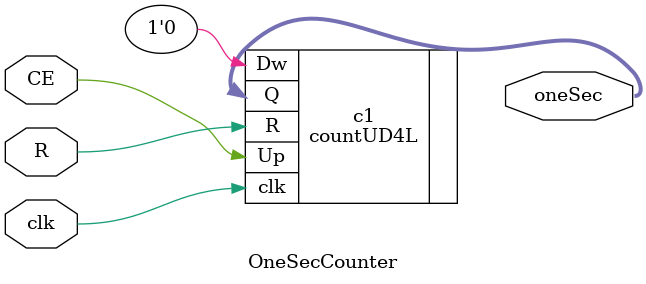
<source format=v>
`timescale 1ns / 1ps


module OneSecCounter(
    input clk,
    input CE,
    input R,
    output [3:0] oneSec
    );
    
    countUD4L c1 (.clk(clk), .R(R), .Up(CE), .Dw(1'b0), .Q(oneSec));
endmodule

</source>
